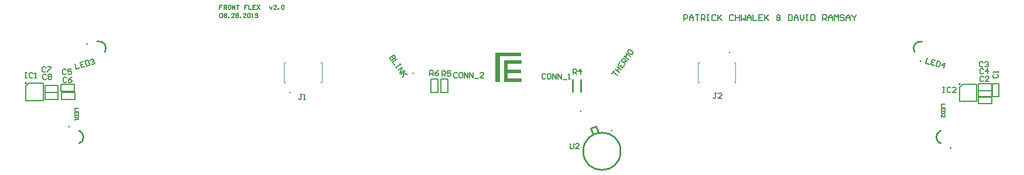
<source format=gto>
G04*
G04 #@! TF.GenerationSoftware,Altium Limited,Altium Designer,19.1.5 (86)*
G04*
G04 Layer_Color=65535*
%FSLAX25Y25*%
%MOIN*%
G70*
G01*
G75*
%ADD10C,0.00787*%
%ADD11C,0.01000*%
%ADD12C,0.00394*%
%ADD13C,0.00600*%
%ADD14C,0.00800*%
%ADD15R,0.09744X0.02129*%
%ADD16R,0.09903X0.02354*%
%ADD17R,0.10121X0.02120*%
%ADD18R,0.02389X0.12398*%
%ADD19R,0.14904X0.02120*%
%ADD20R,0.02639X0.16677*%
G36*
X-3400Y68581D02*
D01*
D02*
G37*
D10*
X-275235Y67826D02*
G03*
X-275235Y67826I-394J0D01*
G01*
X256312Y67274D02*
G03*
X256312Y67274I-394J0D01*
G01*
X125284Y85213D02*
G03*
X124890Y85213I-197J0D01*
G01*
D02*
G03*
X125284Y85213I197J0D01*
G01*
D02*
G03*
X124890Y85213I-197J0D01*
G01*
X-125285Y62378D02*
G03*
X-124891Y62378I197J0D01*
G01*
D02*
G03*
X-125285Y62378I-197J0D01*
G01*
D02*
G03*
X-124891Y62378I197J0D01*
G01*
X-273833Y67826D02*
X-265739D01*
Y57936D02*
Y67826D01*
X-275629Y57936D02*
X-265739D01*
X-275629D02*
Y66031D01*
X-273833Y67826D01*
X257714Y67274D02*
X265809D01*
Y57385D02*
Y67274D01*
X255919Y57385D02*
X265809D01*
X255919D02*
Y65479D01*
X257714Y67274D01*
X-163568Y112332D02*
X-165142D01*
Y111152D01*
X-164355D01*
X-165142D01*
Y109971D01*
X-162780D02*
Y112332D01*
X-161600D01*
X-161206Y111939D01*
Y111152D01*
X-161600Y110758D01*
X-162780D01*
X-161993D02*
X-161206Y109971D01*
X-159238Y112332D02*
X-160026D01*
X-160419Y111939D01*
Y110365D01*
X-160026Y109971D01*
X-159238D01*
X-158845Y110365D01*
Y111939D01*
X-159238Y112332D01*
X-158058Y109971D02*
Y112332D01*
X-156483Y109971D01*
Y112332D01*
X-155696D02*
X-154122D01*
X-154909D01*
Y109971D01*
X-149399Y112332D02*
X-150973D01*
Y111152D01*
X-150186D01*
X-150973D01*
Y109971D01*
X-148612Y112332D02*
Y109971D01*
X-147038D01*
X-144676Y112332D02*
X-146250D01*
Y109971D01*
X-144676D01*
X-146250Y111152D02*
X-145463D01*
X-143889Y112332D02*
X-142315Y109971D01*
Y112332D02*
X-143889Y109971D01*
X-136805Y111545D02*
X-136018Y109971D01*
X-135230Y111545D01*
X-132869Y109971D02*
X-134443D01*
X-132869Y111545D01*
Y111939D01*
X-133263Y112332D01*
X-134050D01*
X-134443Y111939D01*
X-132082Y109971D02*
Y110365D01*
X-131688D01*
Y109971D01*
X-132082D01*
X-130114Y111939D02*
X-129720Y112332D01*
X-128933D01*
X-128540Y111939D01*
Y110365D01*
X-128933Y109971D01*
X-129720D01*
X-130114Y110365D01*
Y111939D01*
X-165142Y107215D02*
X-164748Y107609D01*
X-163961D01*
X-163568Y107215D01*
Y105641D01*
X-163961Y105247D01*
X-164748D01*
X-165142Y105641D01*
Y107215D01*
X-162780D02*
X-162387Y107609D01*
X-161600D01*
X-161206Y107215D01*
Y106822D01*
X-161600Y106428D01*
X-161206Y106035D01*
Y105641D01*
X-161600Y105247D01*
X-162387D01*
X-162780Y105641D01*
Y106035D01*
X-162387Y106428D01*
X-162780Y106822D01*
Y107215D01*
X-162387Y106428D02*
X-161600D01*
X-160419Y105247D02*
Y105641D01*
X-160026D01*
Y105247D01*
X-160419D01*
X-156877D02*
X-158451D01*
X-156877Y106822D01*
Y107215D01*
X-157271Y107609D01*
X-158058D01*
X-158451Y107215D01*
X-156090D02*
X-155696Y107609D01*
X-154909D01*
X-154516Y107215D01*
Y106822D01*
X-154909Y106428D01*
X-154516Y106035D01*
Y105641D01*
X-154909Y105247D01*
X-155696D01*
X-156090Y105641D01*
Y106035D01*
X-155696Y106428D01*
X-156090Y106822D01*
Y107215D01*
X-155696Y106428D02*
X-154909D01*
X-153728Y105247D02*
Y105641D01*
X-153335D01*
Y105247D01*
X-153728D01*
X-150186D02*
X-151760D01*
X-150186Y106822D01*
Y107215D01*
X-150580Y107609D01*
X-151367D01*
X-151760Y107215D01*
X-149399D02*
X-149005Y107609D01*
X-148218D01*
X-147825Y107215D01*
Y105641D01*
X-148218Y105247D01*
X-149005D01*
X-149399Y105641D01*
Y107215D01*
X-147038Y105247D02*
X-146250D01*
X-146644D01*
Y107609D01*
X-147038Y107215D01*
X-145070Y105641D02*
X-144676Y105247D01*
X-143889D01*
X-143496Y105641D01*
Y107215D01*
X-143889Y107609D01*
X-144676D01*
X-145070Y107215D01*
Y106822D01*
X-144676Y106428D01*
X-143496D01*
X98907Y103376D02*
Y106721D01*
X100579D01*
X101137Y106164D01*
Y105049D01*
X100579Y104491D01*
X98907D01*
X102252Y103376D02*
Y105606D01*
X103367Y106721D01*
X104482Y105606D01*
Y103376D01*
Y105049D01*
X102252D01*
X105597Y106721D02*
X107828D01*
X106712D01*
Y103376D01*
X108943D02*
Y106721D01*
X110615D01*
X111173Y106164D01*
Y105049D01*
X110615Y104491D01*
X108943D01*
X110058D02*
X111173Y103376D01*
X112288Y106721D02*
X113403D01*
X112846D01*
Y103376D01*
X112288D01*
X113403D01*
X117306Y106164D02*
X116749Y106721D01*
X115633D01*
X115076Y106164D01*
Y103934D01*
X115633Y103376D01*
X116749D01*
X117306Y103934D01*
X118421Y106721D02*
Y103376D01*
Y104491D01*
X120652Y106721D01*
X118979Y105049D01*
X120652Y103376D01*
X127342Y106164D02*
X126785Y106721D01*
X125670D01*
X125112Y106164D01*
Y103934D01*
X125670Y103376D01*
X126785D01*
X127342Y103934D01*
X128457Y106721D02*
Y103376D01*
Y105049D01*
X130688D01*
Y106721D01*
Y103376D01*
X131803Y106721D02*
Y103376D01*
X132918Y104491D01*
X134033Y103376D01*
Y106721D01*
X135148Y103376D02*
Y105606D01*
X136263Y106721D01*
X137379Y105606D01*
Y103376D01*
Y105049D01*
X135148D01*
X138494Y106721D02*
Y103376D01*
X140724D01*
X144069Y106721D02*
X141839D01*
Y103376D01*
X144069D01*
X141839Y105049D02*
X142954D01*
X145184Y106721D02*
Y103376D01*
Y104491D01*
X147415Y106721D01*
X145742Y105049D01*
X147415Y103376D01*
X154105D02*
X153548Y103934D01*
X152990Y103376D01*
X152433D01*
X151875Y103934D01*
Y104491D01*
X152433Y105049D01*
X151875Y105606D01*
Y106164D01*
X152433Y106721D01*
X152990D01*
X153548Y106164D01*
Y105606D01*
X152990Y105049D01*
X153548Y104491D01*
Y103934D01*
X154105Y105049D02*
X153548Y104491D01*
X152433Y105049D02*
X152990D01*
X158566Y106721D02*
Y103376D01*
X160239D01*
X160796Y103934D01*
Y106164D01*
X160239Y106721D01*
X158566D01*
X161911Y103376D02*
Y105606D01*
X163026Y106721D01*
X164141Y105606D01*
Y103376D01*
Y105049D01*
X161911D01*
X165257Y106721D02*
Y104491D01*
X166372Y103376D01*
X167487Y104491D01*
Y106721D01*
X168602D02*
X169717D01*
X169160D01*
Y103376D01*
X168602D01*
X169717D01*
X171390Y106721D02*
Y103376D01*
X173063D01*
X173620Y103934D01*
Y106164D01*
X173063Y106721D01*
X171390D01*
X178081Y103376D02*
Y106721D01*
X179753D01*
X180311Y106164D01*
Y105049D01*
X179753Y104491D01*
X178081D01*
X179196D02*
X180311Y103376D01*
X181426D02*
Y105606D01*
X182541Y106721D01*
X183656Y105606D01*
Y103376D01*
Y105049D01*
X181426D01*
X184771Y103376D02*
Y106721D01*
X185887Y105606D01*
X187002Y106721D01*
Y103376D01*
X190347Y106164D02*
X189789Y106721D01*
X188674D01*
X188117Y106164D01*
Y105606D01*
X188674Y105049D01*
X189789D01*
X190347Y104491D01*
Y103934D01*
X189789Y103376D01*
X188674D01*
X188117Y103934D01*
X191462Y103376D02*
Y105606D01*
X192577Y106721D01*
X193692Y105606D01*
Y103376D01*
Y105049D01*
X191462D01*
X194808Y106721D02*
Y106164D01*
X195923Y105049D01*
X197038Y106164D01*
Y106721D01*
X195923Y105049D02*
Y103376D01*
D11*
X-250914Y43128D02*
G03*
X-250914Y43128I-47J0D01*
G01*
X-245211Y33472D02*
G03*
X-245217Y40740I-1512J3633D01*
G01*
X-230561Y85697D02*
G03*
X-234787Y91610I-3341J2079D01*
G01*
X-240803Y90219D02*
G03*
X-240803Y90219I-47J0D01*
G01*
X251009Y31081D02*
G03*
X251009Y31081I-47J0D01*
G01*
X245211Y40737D02*
G03*
X245217Y33469I1512J-3633D01*
G01*
X234635Y91512D02*
G03*
X230419Y85591I-879J-3836D01*
G01*
X233756Y80312D02*
G03*
X233756Y80312I-47J0D01*
G01*
X58035Y40886D02*
G03*
X58035Y40886I-128J0D01*
G01*
X63032Y29032D02*
G03*
X63032Y29032I-10630J0D01*
G01*
X40338Y51891D02*
G03*
X40338Y51891I-197J0D01*
G01*
X-55074Y73499D02*
G03*
X-55074Y73499I-197J0D01*
G01*
X49027Y43351D02*
X50299Y39856D01*
X45956Y42233D02*
X49027Y43351D01*
X45956Y42233D02*
X47355Y38387D01*
X35771Y62865D02*
Y69951D01*
X40496Y62865D02*
Y69951D01*
D12*
X127646Y68224D02*
X128532D01*
X127646D02*
X128532D01*
X107075D02*
X107961D01*
X107075D02*
X107961D01*
X107075Y79366D02*
X107961D01*
X107075D02*
X107961D01*
X127646D02*
X128532D01*
X127646D02*
X128532D01*
X107075Y68224D02*
Y79366D01*
Y68224D02*
Y79366D01*
X128532Y68224D02*
Y79366D01*
Y68224D02*
Y79366D01*
X-128533D02*
X-127647D01*
X-128533D02*
X-127647D01*
X-107962D02*
X-107076D01*
X-107962D02*
X-107076D01*
X-107962Y68224D02*
X-107076D01*
X-107962D02*
X-107076D01*
X-128533D02*
X-127647D01*
X-128533D02*
X-127647D01*
X-107076D02*
Y79366D01*
Y68224D02*
Y79366D01*
X-128533Y68224D02*
Y79366D01*
Y68224D02*
Y79366D01*
D13*
X274342Y56183D02*
Y60120D01*
X266862D02*
X274342D01*
X266862Y56183D02*
Y60120D01*
Y56183D02*
X274342D01*
X274341Y63661D02*
Y67598D01*
X266861D02*
X274341D01*
X266861Y63661D02*
Y67598D01*
Y63661D02*
X274341D01*
X274342Y59724D02*
Y63661D01*
X266862D02*
X274342D01*
X266862Y59724D02*
Y63661D01*
Y59724D02*
X274342D01*
X274536Y60091D02*
X278473D01*
Y67571D01*
X274536D02*
X278473D01*
X274536Y60091D02*
Y67571D01*
X-247702Y58595D02*
Y62532D01*
X-255183D02*
X-247702D01*
X-255183Y58595D02*
Y62532D01*
Y58595D02*
X-247702D01*
X-248108Y63174D02*
Y67111D01*
X-255588D02*
X-248108D01*
X-255588Y63174D02*
Y67111D01*
Y63174D02*
X-248108D01*
X-257268Y58595D02*
Y62532D01*
X-264748D02*
X-257268D01*
X-264748Y58595D02*
Y62532D01*
Y58595D02*
X-257268D01*
X-264748Y62429D02*
Y66366D01*
Y62429D02*
X-257268D01*
Y66366D01*
X-264748D02*
X-257268D01*
X-39177Y70039D02*
X-35240D01*
X-39177Y62559D02*
Y70039D01*
Y62559D02*
X-35240D01*
Y70039D01*
X-44833Y62559D02*
X-40896D01*
Y70039D01*
X-44833D02*
X-40896D01*
X-44833Y62559D02*
Y70039D01*
X275397Y72790D02*
X274897Y72290D01*
Y71291D01*
X275397Y70791D01*
X277397D01*
X277896Y71291D01*
Y72290D01*
X277397Y72790D01*
X277896Y73790D02*
Y74790D01*
Y74290D01*
X274897D01*
X275397Y73790D01*
X269578Y75683D02*
X269078Y76183D01*
X268078D01*
X267578Y75683D01*
Y73684D01*
X268078Y73184D01*
X269078D01*
X269578Y73684D01*
X272077Y73184D02*
Y76183D01*
X270577Y74683D01*
X272577D01*
X269579Y71325D02*
X269079Y71825D01*
X268079D01*
X267580Y71325D01*
Y69326D01*
X268079Y68826D01*
X269079D01*
X269579Y69326D01*
X272578Y68826D02*
X270579D01*
X272578Y70825D01*
Y71325D01*
X272078Y71825D01*
X271078D01*
X270579Y71325D01*
X269495Y79559D02*
X268995Y80058D01*
X267995D01*
X267495Y79559D01*
Y77559D01*
X267995Y77060D01*
X268995D01*
X269495Y77559D01*
X270494Y79559D02*
X270994Y80058D01*
X271994D01*
X272494Y79559D01*
Y79059D01*
X271994Y78559D01*
X271494D01*
X271994D01*
X272494Y78059D01*
Y77559D01*
X271994Y77060D01*
X270994D01*
X270494Y77559D01*
X-252418Y70703D02*
X-252918Y71203D01*
X-253918D01*
X-254417Y70703D01*
Y68704D01*
X-253918Y68204D01*
X-252918D01*
X-252418Y68704D01*
X-249419Y71203D02*
X-250419Y70703D01*
X-251418Y69703D01*
Y68704D01*
X-250919Y68204D01*
X-249919D01*
X-249419Y68704D01*
Y69204D01*
X-249919Y69703D01*
X-251418D01*
X-263800Y72451D02*
X-264300Y72950D01*
X-265300D01*
X-265800Y72451D01*
Y70451D01*
X-265300Y69951D01*
X-264300D01*
X-263800Y70451D01*
X-262801Y72451D02*
X-262301Y72950D01*
X-261301D01*
X-260801Y72451D01*
Y71951D01*
X-261301Y71451D01*
X-260801Y70951D01*
Y70451D01*
X-261301Y69951D01*
X-262301D01*
X-262801Y70451D01*
Y70951D01*
X-262301Y71451D01*
X-262801Y71951D01*
Y72451D01*
X-262301Y71451D02*
X-261301D01*
X-264143Y76629D02*
X-264643Y77129D01*
X-265642D01*
X-266142Y76629D01*
Y74630D01*
X-265642Y74130D01*
X-264643D01*
X-264143Y74630D01*
X-263143Y77129D02*
X-261144D01*
Y76629D01*
X-263143Y74630D01*
Y74130D01*
X-252792Y75239D02*
X-253292Y75739D01*
X-254292D01*
X-254792Y75239D01*
Y73240D01*
X-254292Y72740D01*
X-253292D01*
X-252792Y73240D01*
X-249793Y75739D02*
X-251793D01*
Y74240D01*
X-250793Y74740D01*
X-250293D01*
X-249793Y74240D01*
Y73240D01*
X-250293Y72740D01*
X-251293D01*
X-251793Y73240D01*
X34307Y33424D02*
Y30925D01*
X34807Y30425D01*
X35807D01*
X36306Y30925D01*
Y33424D01*
X39305Y30425D02*
X37306D01*
X39305Y32424D01*
Y32924D01*
X38806Y33424D01*
X37806D01*
X37306Y32924D01*
X246457Y65570D02*
X247457D01*
X246957D01*
Y62571D01*
X246457D01*
X247457D01*
X250956Y65070D02*
X250456Y65570D01*
X249456D01*
X248956Y65070D01*
Y63071D01*
X249456Y62571D01*
X250456D01*
X250956Y63071D01*
X253955Y62571D02*
X251955D01*
X253955Y64570D01*
Y65070D01*
X253455Y65570D01*
X252455D01*
X251955Y65070D01*
X-276096Y73790D02*
X-275096D01*
X-275596D01*
Y70791D01*
X-276096D01*
X-275096D01*
X-271597Y73290D02*
X-272097Y73790D01*
X-273097D01*
X-273596Y73290D01*
Y71291D01*
X-273097Y70791D01*
X-272097D01*
X-271597Y71291D01*
X-270597Y70791D02*
X-269598D01*
X-270097D01*
Y73790D01*
X-270597Y73290D01*
X-45524Y72126D02*
Y75125D01*
X-44024D01*
X-43525Y74625D01*
Y73625D01*
X-44024Y73125D01*
X-45524D01*
X-44524D02*
X-43525Y72126D01*
X-40526Y75125D02*
X-41525Y74625D01*
X-42525Y73625D01*
Y72625D01*
X-42025Y72126D01*
X-41025D01*
X-40526Y72625D01*
Y73125D01*
X-41025Y73625D01*
X-42525D01*
X-38782Y71842D02*
Y74841D01*
X-37283D01*
X-36783Y74341D01*
Y73341D01*
X-37283Y72841D01*
X-38782D01*
X-37782D02*
X-36783Y71842D01*
X-33784Y74841D02*
X-35783D01*
Y73341D01*
X-34783Y73841D01*
X-34284D01*
X-33784Y73341D01*
Y72342D01*
X-34284Y71842D01*
X-35283D01*
X-35783Y72342D01*
X35889Y73027D02*
Y76026D01*
X37389D01*
X37889Y75526D01*
Y74526D01*
X37389Y74026D01*
X35889D01*
X36889D02*
X37889Y73027D01*
X40388D02*
Y76026D01*
X38888Y74526D01*
X40888D01*
X-29881Y73501D02*
X-30380Y74001D01*
X-31380D01*
X-31880Y73501D01*
Y71501D01*
X-31380Y71001D01*
X-30380D01*
X-29881Y71501D01*
X-27382Y74001D02*
X-28381D01*
X-28881Y73501D01*
Y71501D01*
X-28381Y71001D01*
X-27382D01*
X-26882Y71501D01*
Y73501D01*
X-27382Y74001D01*
X-25882Y71001D02*
Y74001D01*
X-23883Y71001D01*
Y74001D01*
X-22883Y71001D02*
Y74001D01*
X-20884Y71001D01*
Y74001D01*
X-19884Y70502D02*
X-17885D01*
X-14886Y71001D02*
X-16885D01*
X-14886Y73001D01*
Y73501D01*
X-15385Y74001D01*
X-16385D01*
X-16885Y73501D01*
X20235Y72762D02*
X19735Y73262D01*
X18735D01*
X18236Y72762D01*
Y70763D01*
X18735Y70263D01*
X19735D01*
X20235Y70763D01*
X22734Y73262D02*
X21734D01*
X21235Y72762D01*
Y70763D01*
X21734Y70263D01*
X22734D01*
X23234Y70763D01*
Y72762D01*
X22734Y73262D01*
X24234Y70263D02*
Y73262D01*
X26233Y70263D01*
Y73262D01*
X27233Y70263D02*
Y73262D01*
X29232Y70263D01*
Y73262D01*
X30232Y69763D02*
X32231D01*
X33231Y70263D02*
X34230D01*
X33731D01*
Y73262D01*
X33231Y72762D01*
X-118339Y61530D02*
X-119338D01*
X-118839D01*
Y59031D01*
X-119338Y58531D01*
X-119838D01*
X-120338Y59031D01*
X-117339Y58531D02*
X-116339D01*
X-116839D01*
Y61530D01*
X-117339Y61030D01*
X237581Y82058D02*
X236779Y79168D01*
X238706Y78634D01*
X242397Y80723D02*
X240471Y81257D01*
X239669Y78367D01*
X241596Y77833D01*
X240070Y79812D02*
X241033Y79545D01*
X243361Y80455D02*
X242559Y77565D01*
X244004Y77165D01*
X244619Y77513D01*
X245154Y79440D01*
X244806Y80055D01*
X243361Y80455D01*
X246894Y76363D02*
X247696Y79253D01*
X245850Y78209D01*
X247777Y77675D01*
X247696Y55904D02*
X245697D01*
Y54571D01*
X247696Y52571D02*
Y53904D01*
X245697D01*
Y52571D01*
X246696Y53904D02*
Y53238D01*
X247696Y51905D02*
X245697D01*
Y50905D01*
X246030Y50572D01*
X247363D01*
X247696Y50905D01*
Y51905D01*
X245697Y48573D02*
Y49906D01*
X247030Y48573D01*
X247363D01*
X247696Y48906D01*
Y49572D01*
X247363Y49906D01*
X-247658Y78797D02*
X-246856Y75907D01*
X-244930Y76442D01*
X-242841Y80133D02*
X-244768Y79599D01*
X-243966Y76709D01*
X-242040Y77243D01*
X-244367Y78154D02*
X-243404Y78421D01*
X-241878Y80400D02*
X-241076Y77510D01*
X-239631Y77911D01*
X-239283Y78526D01*
X-239818Y80453D01*
X-240433Y80801D01*
X-241878Y80400D01*
X-238854Y80720D02*
X-238506Y81335D01*
X-237543Y81602D01*
X-236928Y81254D01*
X-236794Y80773D01*
X-237142Y80157D01*
X-237624Y80024D01*
X-237142Y80157D01*
X-236527Y79809D01*
X-236393Y79328D01*
X-236741Y78712D01*
X-237705Y78445D01*
X-238320Y78793D01*
X-245598Y53404D02*
X-247597D01*
Y52071D01*
X-245598Y50071D02*
Y51404D01*
X-247597D01*
Y50071D01*
X-246597Y51404D02*
Y50738D01*
X-245598Y49405D02*
X-247597D01*
Y48405D01*
X-247264Y48072D01*
X-245931D01*
X-245598Y48405D01*
Y49405D01*
X-247597Y47406D02*
Y46739D01*
Y47072D01*
X-245598D01*
X-245931Y47406D01*
X117564Y62234D02*
X116564D01*
X117064D01*
Y59735D01*
X116564Y59235D01*
X116064D01*
X115564Y59735D01*
X120563Y59235D02*
X118563D01*
X120563Y61234D01*
Y61734D01*
X120063Y62234D01*
X119063D01*
X118563Y61734D01*
D14*
X-66093Y83936D02*
X-68550Y82215D01*
X-67690Y80987D01*
X-66994Y80864D01*
X-66584Y81151D01*
X-66461Y81847D01*
X-67321Y83075D01*
X-66461Y81847D01*
X-65765Y81724D01*
X-65356Y82011D01*
X-65233Y82707D01*
X-66093Y83936D01*
X-64373Y81479D02*
X-66830Y79759D01*
X-65683Y78121D01*
X-62653Y79022D02*
X-62079Y78203D01*
X-62366Y78613D01*
X-64823Y76893D01*
X-65109Y77302D01*
X-64536Y76483D01*
X-63676Y75255D02*
X-61219Y76975D01*
X-62529Y73617D01*
X-60073Y75337D01*
X-59499Y74518D02*
X-61956Y72798D01*
X-61137Y73372D01*
X-58352Y72881D01*
X-60441Y73249D01*
X-60809Y71160D01*
X58199Y73253D02*
X59346Y74890D01*
X58772Y74072D01*
X61229Y72351D01*
X59919Y75709D02*
X62376Y73989D01*
X61147Y74849D01*
X62294Y76487D01*
X61066Y77347D01*
X63522Y75627D01*
X62786Y79804D02*
X61639Y78166D01*
X64096Y76446D01*
X65243Y78084D01*
X62868Y77306D02*
X63441Y78125D01*
X65816Y78902D02*
X63359Y80623D01*
X64219Y81851D01*
X64916Y81974D01*
X65734Y81400D01*
X65857Y80704D01*
X64997Y79476D01*
X65571Y80295D02*
X66963Y80540D01*
X67536Y81359D02*
X65080Y83079D01*
X66472Y83325D01*
X66226Y84717D01*
X68683Y82997D01*
X67660Y86764D02*
X67086Y85945D01*
X67209Y85249D01*
X68847Y84102D01*
X69543Y84225D01*
X70117Y85044D01*
X69994Y85740D01*
X68356Y86887D01*
X67660Y86764D01*
D15*
X1596Y74640D02*
D03*
D16*
X1551Y79801D02*
D03*
D17*
X1660Y69641D02*
D03*
D18*
X-2206Y74780D02*
D03*
D19*
X-984Y84111D02*
D03*
D20*
X-7116Y76832D02*
D03*
M02*

</source>
